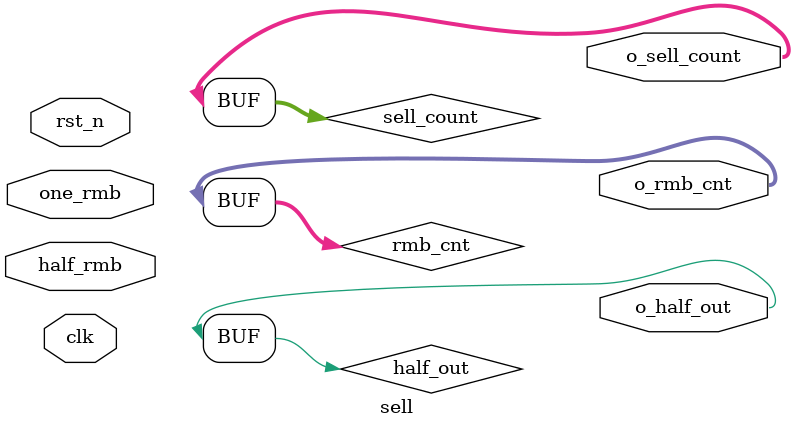
<source format=v>

module sell(
    input               half_rmb    ,
    input               one_rmb     ,
    input               rst_n       ,
    input               clk         ,
    output  [ 7:0]      o_sell_count,
    output              o_half_out  ,
    output  [ 4:0]      o_rmb_cnt

);
localparam      IDLE = 5'b00000,
                HALF = 5'b00010,
                ONE  = 5'b00100,
                TWO  = 5'b01000,
                THREE= 5'b10000;
reg     [ 7:0]      sell_count;
reg                 half_out;
reg     [ 4:0]      rmb_cnt;

reg     [ 4:0]      state_c;
reg     [ 4:0]      state_n;

reg                 half_rmb_r;
reg                 half_rmb_rr;
wire                half_rmb_p;
reg                 one_rmb_r ;
reg                 one_rmb_rr;
wire                one_rmb_p;

assign o_sell_count  = sell_count;
assign o_half_out    = half_out  ;
assign o_rmb_cnt     = rmb_cnt   ;

assign half_rmb_p  = half_rmb_r & ~half_rmb_rr;
assign one_rmb_p   = one_rmb_r & ~one_rmb_rr;

always@(posedge clk or negedge rst_n)begin
    if(!rst_n)begin
        half_rmb_r  <= 1'b0;
        half_rmb_rr <= 1'b0;
        one_rmb_r   <= 1'b0;
        one_rmb_rr  <= 1'b0;   
    end
    else begin
        half_rmb_r <= half_rmb;
        half_rmb_rr <= half_rmb_r;
        one_rmb_r  <= one_rmb;
        one_rmb_rr <= one_rmb_r;
    end
end


always @(posedge clk or negedge rst_n)begin
    if(!rst_n)begin
        state_c <= IDLE;
    end
    else begin
        state_c <= state_n;
    end
end

always @(*)begin
    case(state_c) 
        IDLE:begin
            if(half_rmb_p == 1'b1)begin
                state_n <= HALF;
            end
            else if(one_rmb_p == 1'b1)begin
                state_n <= ONE;
            end
            else begin
                state_n <= state_c;
            end
        end
        HALF:begin  //0.5
            if(half_rmb_p == 1'b1)begin
                state_n <= ONE;
            end
            else if(one_rmb_p == 1'b1)begin
                state_n <= TWO;
            end
            else begin
                state_n <= state_c;
            end
        end
        ONE:begin  //1
            if(half_rmb_p == 1'b1)begin
                state_n <= TWO;
            end
            else if(one_rmb_p == 1'b1)begin
                state_n <= THREE;    
            end
            else begin
                state_n <= state_c;
            end
        end
        TWO:begin // 1.5
            if(half_rmb_p == 1'b1)begin
                state_n <= THREE;
            end
            else if(one_rmb_p == 1'b1)begin
                state_n <= IDLE;
            end
            else begin
                state_n <= state_c;
            end
        end
        THREE:begin //2   
            if(half_rmb_p == 1'b1 || one_rmb_p == 1'b1)
                state_n <= IDLE;
        end     
    endcase
end

////sell_count
////half_out  
////rmb_cnt   
//
//always@(posedge clk or negedge rst_n)begin
//    if(!rst_n)begin
//        sell_count <= 'd0;
//    end
//    else if(state_c == TWO && one_rmb_p == 1'b1)begin
//        sell_count <= sell_count + 1'b1;
//    end
//    else if(state_c == THREE && half_rmb_p == 1'b1)begin
//        sell_count <= sell_count + 1'b1;
//    end
//    else if(state_c == THREE && one_rmb_p == 1'b1)begin
//        sell_count <= sell_count + 1'b1;
//    end
//      
//end

//always @(posedge clk or negedge rst_n)begin
//    if(!rst_n)begin
//        sell_count <= 'd0;
//    end
//    case(state_c) 
//        IDLE:begin
//            
//        end
//        HALF:begin  //0.5
//            
//        end
//        ONE:begin  //1
//           
//        end
//        TWO:begin // 1.5
//            if(one_rmb_p == 1'b1)begin
//                sell_count <= sell_count + 1'b1;
//            end
//        end
//        THREE:begin //2   
//            if(half_rmb_p == 1'b1)begin
//                sell_count <= sell_count + 1'b1;
//            end
//        end
//        default:begin
//            sell_count <= 'd0;
//        end
//    endcase
//end


endmodule

</source>
